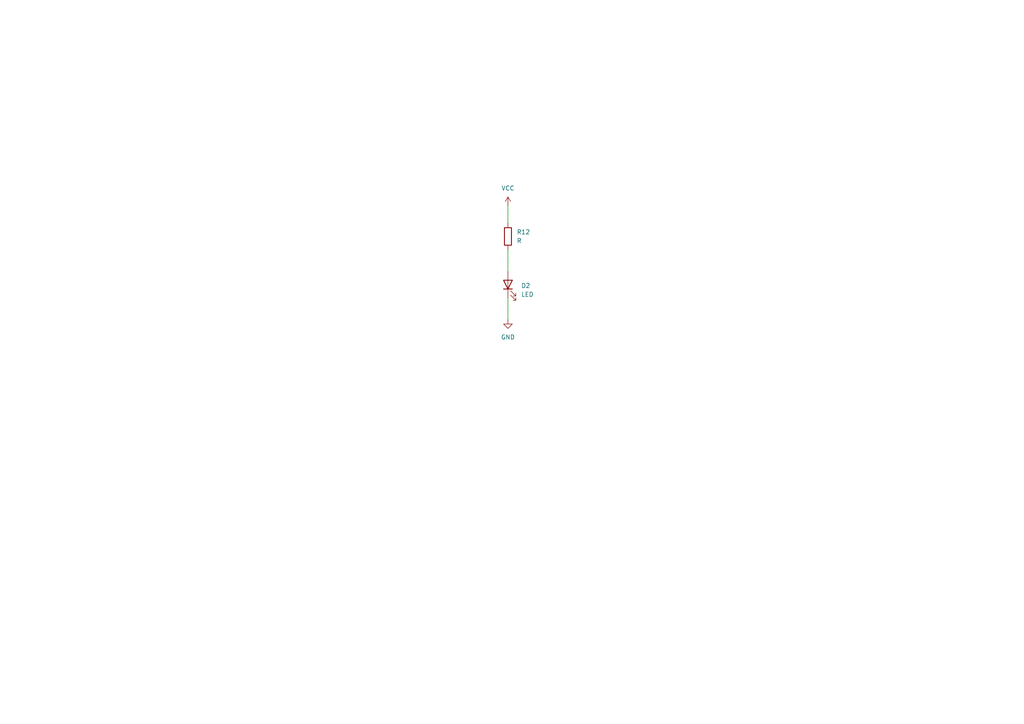
<source format=kicad_sch>
(kicad_sch (version 20231120) (generator "eeschema") (generator_version "8.0")
  (paper "A4")
  (lib_symbols
    (symbol "Device:LED" (pin_numbers hide) (pin_names (offset 1.016) hide)
      (property "Reference" "D" (at 0 2.54 0))
      (property "Value" "LED" (at 0 -2.54 0))
      (symbol "LED_0_1"
        (polyline (pts (xy -1.27 -1.27) (xy -1.27 1.27)) (stroke (width 0.254)))
        (polyline (pts (xy -1.27 0) (xy 1.27 0)))
        (polyline (pts (xy 1.27 -1.27) (xy 1.27 1.27) (xy -1.27 0) (xy 1.27 -1.27)) (stroke (width 0.254)))
        (polyline (pts (xy -3.048 -0.762) (xy -4.572 -2.286) (xy -3.81 -2.286) (xy -4.572 -2.286) (xy -4.572 -1.524)))
        (polyline (pts (xy -1.778 -0.762) (xy -3.302 -2.286) (xy -2.54 -2.286) (xy -3.302 -2.286) (xy -3.302 -1.524)))
      )
      (symbol "LED_1_1"
        (pin passive line (at -3.81 0 0) (length 2.54) (name "K") (number "1"))
        (pin passive line (at 3.81 0 180) (length 2.54) (name "A") (number "2"))
      )
    )
    (symbol "Device:R" (pin_numbers hide) (pin_names (offset 0))
      (property "Reference" "R" (at 2.032 0 90))
      (property "Value" "R" (at 0 0 90))
      (symbol "R_0_1"
        (rectangle (start -1.016 -2.54) (end 1.016 2.54) (stroke (width 0.254)))
      )
      (symbol "R_1_1"
        (pin passive line (at 0 3.81 270) (length 1.27) (name "~") (number "1"))
        (pin passive line (at 0 -3.81 90) (length 1.27) (name "~") (number "2"))
      )
    )
    (symbol "power:GND" (power) (pin_names (offset 0))
      (property "Value" "GND" (at 0 -3.81 0))
      (symbol "GND_0_1"
        (polyline (pts (xy 0 0) (xy 0 -1.27) (xy 1.27 -1.27) (xy 0 -2.54) (xy -1.27 -1.27) (xy 0 -1.27)))
      )
      (symbol "GND_1_1"
        (pin power_in line (at 0 0 270) (length 0) hide (name "GND") (number "1"))
      )
    )
    (symbol "power:VCC" (power) (pin_names (offset 0))
      (property "Value" "VCC" (at 0 3.81 0))
      (symbol "VCC_0_1"
        (polyline (pts (xy -0.762 1.27) (xy 0 2.54)))
        (polyline (pts (xy 0 0) (xy 0 2.54)))
        (polyline (pts (xy 0 2.54) (xy 0.762 1.27)))
      )
      (symbol "VCC_1_1"
        (pin power_in line (at 0 0 90) (length 0) hide (name "VCC") (number "1"))
      )
    )
  )
  (wire (pts (xy 147.32 59.69) (xy 147.32 64.77)))
  (wire (pts (xy 147.32 86.36) (xy 147.32 92.71)))
  (wire (pts (xy 147.32 72.39) (xy 147.32 78.74)))
  (symbol (lib_id "Device:R") (at 147.32 68.58 180) (unit 1)
    (property "Reference" "R12" (at 149.86 67.3099 0) (effects (justify right)))
    (property "Value" "R" (at 149.86 69.8499 0) (effects (justify right)))
    (property "Description" "Resistor" (effects (hide yes)))
  )
  (symbol (lib_id "Device:LED") (at 147.32 82.55 90) (unit 1)
    (property "Reference" "D2" (at 151.13 82.8674 90) (effects (justify right)))
    (property "Value" "LED" (at 151.13 85.4074 90) (effects (justify right)))
    (property "Description" "Light emitting diode" (effects (hide yes)))
  )
  (symbol (lib_id "power:VCC") (at 147.32 59.69 0) (unit 1)
    (property "Reference" "#PWR042" (effects (hide yes)))
    (property "Value" "VCC" (at 147.32 54.61 0))
    (property "Description" "Power symbol creates a global label with name \"VCC\"" (effects (hide yes)))
  )
  (symbol (lib_id "power:GND") (at 147.32 92.71 0) (unit 1)
    (property "Reference" "#PWR043" (effects (hide yes)))
    (property "Value" "GND" (at 147.32 97.79 0))
    (property "Description" "Power symbol creates a global label with name \"GND\" , ground" (effects (hide yes)))
  )
)
</source>
